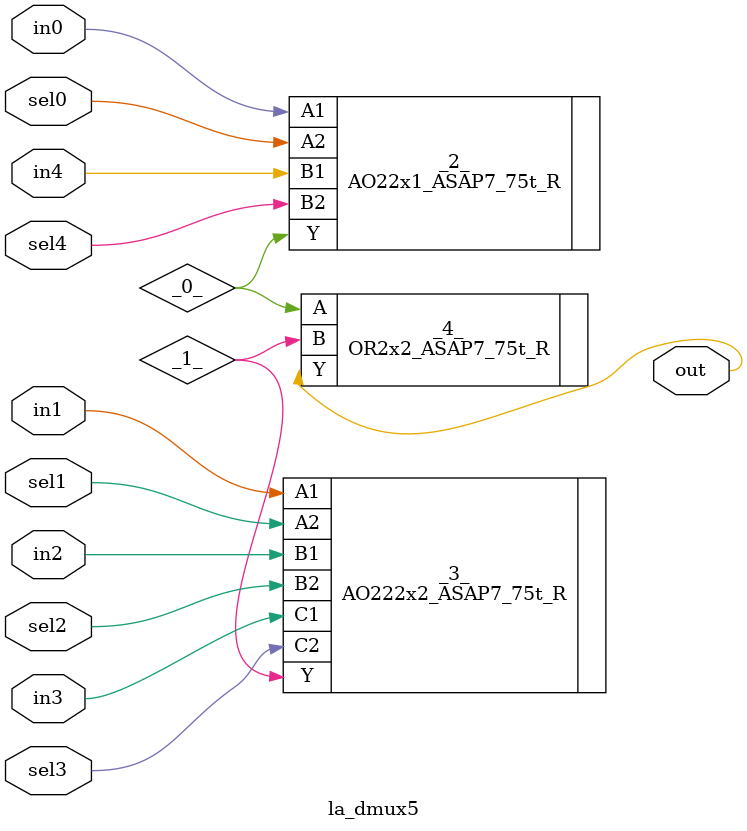
<source format=v>
/* Generated by Yosys 0.37 (git sha1 a5c7f69ed, clang 14.0.0-1ubuntu1.1 -fPIC -Os) */

module la_dmux5(sel4, sel3, sel2, sel1, sel0, in4, in3, in2, in1, in0, out);
  wire _0_;
  wire _1_;
  input in0;
  wire in0;
  input in1;
  wire in1;
  input in2;
  wire in2;
  input in3;
  wire in3;
  input in4;
  wire in4;
  output out;
  wire out;
  input sel0;
  wire sel0;
  input sel1;
  wire sel1;
  input sel2;
  wire sel2;
  input sel3;
  wire sel3;
  input sel4;
  wire sel4;
  AO22x1_ASAP7_75t_R _2_ (
    .A1(in0),
    .A2(sel0),
    .B1(in4),
    .B2(sel4),
    .Y(_0_)
  );
  AO222x2_ASAP7_75t_R _3_ (
    .A1(in1),
    .A2(sel1),
    .B1(in2),
    .B2(sel2),
    .C1(in3),
    .C2(sel3),
    .Y(_1_)
  );
  OR2x2_ASAP7_75t_R _4_ (
    .A(_0_),
    .B(_1_),
    .Y(out)
  );
endmodule

</source>
